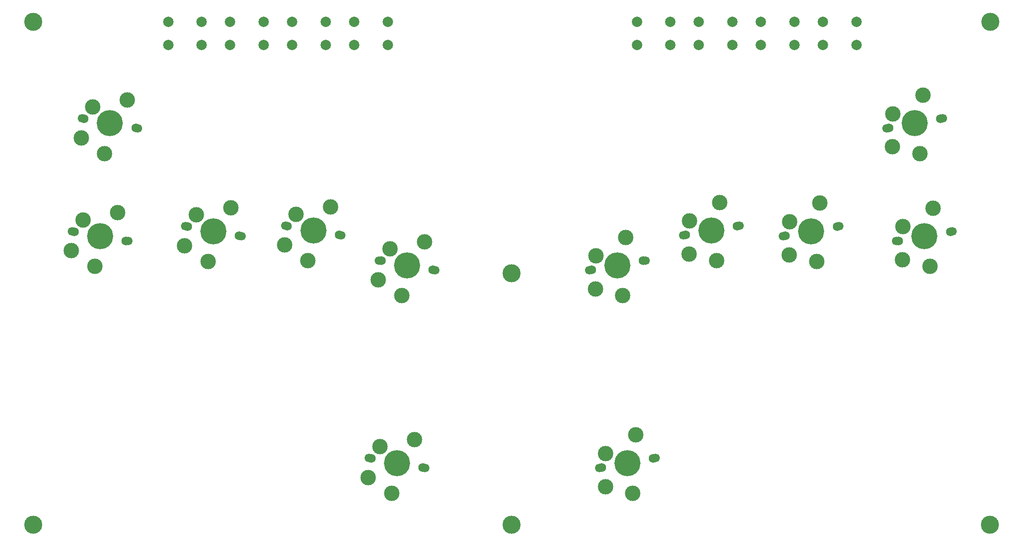
<source format=gts>
G04 #@! TF.GenerationSoftware,KiCad,Pcbnew,9.0.2-rc1*
G04 #@! TF.CreationDate,2025-07-21T22:58:39+09:00*
G04 #@! TF.ProjectId,MAXCON-zero,4d415843-4f4e-42d7-9a65-726f2e6b6963,rev?*
G04 #@! TF.SameCoordinates,Original*
G04 #@! TF.FileFunction,Soldermask,Top*
G04 #@! TF.FilePolarity,Negative*
%FSLAX46Y46*%
G04 Gerber Fmt 4.6, Leading zero omitted, Abs format (unit mm)*
G04 Created by KiCad (PCBNEW 9.0.2-rc1) date 2025-07-21 22:58:39*
%MOMM*%
%LPD*%
G01*
G04 APERTURE LIST*
%ADD10C,1.700000*%
%ADD11C,1.750000*%
%ADD12C,3.000000*%
%ADD13C,5.060000*%
%ADD14C,2.000000*%
%ADD15C,3.500000*%
G04 APERTURE END LIST*
D10*
G04 #@! TO.C,GP15*
X51077946Y-58034935D03*
D11*
X51491566Y-58107867D03*
D12*
X50919170Y-61814788D03*
X53183338Y-55826989D03*
D13*
X56494389Y-58990000D03*
D12*
X55461182Y-64849606D03*
X59877933Y-54428243D03*
D11*
X61497212Y-59872133D03*
D10*
X61910832Y-59945065D03*
G04 #@! TD*
D14*
G04 #@! TO.C,GP27*
X86270086Y-43792822D03*
X79770086Y-43792822D03*
X86270086Y-39292822D03*
X79770086Y-39292822D03*
G04 #@! TD*
D15*
G04 #@! TO.C,H2*
X226999529Y-39340997D03*
G04 #@! TD*
G04 #@! TO.C,H4*
X134298529Y-88115997D03*
G04 #@! TD*
D14*
G04 #@! TO.C,GP29*
X110270086Y-43792822D03*
X103770086Y-43792822D03*
X110270086Y-39292822D03*
X103770086Y-39292822D03*
G04 #@! TD*
D10*
G04 #@! TO.C,GP7*
X167509057Y-80743062D03*
D11*
X167922677Y-80670130D03*
D12*
X168652642Y-84349267D03*
X168732316Y-77948185D03*
D13*
X172925500Y-79787997D03*
D12*
X173958707Y-85647603D03*
X174544779Y-74344107D03*
D11*
X177928323Y-78905864D03*
D10*
X178341943Y-78832932D03*
G04 #@! TD*
D15*
G04 #@! TO.C,H3*
X41673529Y-136890997D03*
G04 #@! TD*
D14*
G04 #@! TO.C,GP1*
X177022681Y-43792822D03*
X170522681Y-43792822D03*
X177022681Y-39292822D03*
X170522681Y-39292822D03*
G04 #@! TD*
D10*
G04 #@! TO.C,GP13*
X71082468Y-78971761D03*
D11*
X71496088Y-79044693D03*
D12*
X70923692Y-82751614D03*
X73187860Y-76763815D03*
D13*
X76498911Y-79926826D03*
D12*
X75465704Y-85786432D03*
X79882455Y-75365069D03*
D11*
X81501734Y-80808959D03*
D10*
X81915354Y-80881891D03*
G04 #@! TD*
G04 #@! TO.C,GP9*
X151282086Y-125846062D03*
D11*
X151695706Y-125773130D03*
D12*
X152425671Y-129452267D03*
X152505345Y-123051185D03*
D13*
X156698529Y-124890997D03*
D12*
X157731736Y-130750603D03*
X158317808Y-119447107D03*
D11*
X161701352Y-124008864D03*
D10*
X162114972Y-123935932D03*
G04 #@! TD*
D15*
G04 #@! TO.C,H4*
X226923529Y-136890997D03*
G04 #@! TD*
G04 #@! TO.C,H4*
X134298529Y-136890997D03*
G04 #@! TD*
D14*
G04 #@! TO.C,GP2*
X189022681Y-43792822D03*
X182522681Y-43792822D03*
X189022681Y-39292822D03*
X182522681Y-39292822D03*
G04 #@! TD*
D10*
G04 #@! TO.C,GP10*
X106677794Y-123935932D03*
D11*
X107091414Y-124008864D03*
D12*
X106519018Y-127715785D03*
X108783186Y-121727986D03*
D13*
X112094237Y-124890997D03*
D12*
X111061030Y-130750603D03*
X115477781Y-120329240D03*
D11*
X117097060Y-125773130D03*
D10*
X117510680Y-125846062D03*
G04 #@! TD*
G04 #@! TO.C,GP5*
X208810074Y-81850541D03*
D11*
X209223694Y-81777609D03*
D12*
X209953659Y-85456746D03*
X210033333Y-79055664D03*
D13*
X214226517Y-80895476D03*
D12*
X215259724Y-86755082D03*
X215845796Y-75451586D03*
D11*
X219229340Y-80013343D03*
D10*
X219642960Y-79940411D03*
G04 #@! TD*
G04 #@! TO.C,GP8*
X149356238Y-87497887D03*
D11*
X149769858Y-87424955D03*
D12*
X150499823Y-91104092D03*
X150579497Y-84703010D03*
D13*
X154772681Y-86542822D03*
D12*
X155805888Y-92402428D03*
X156391960Y-81098932D03*
D11*
X159775504Y-85660689D03*
D10*
X160189124Y-85587757D03*
G04 #@! TD*
D14*
G04 #@! TO.C,GP3*
X201045530Y-43792822D03*
X194545530Y-43792822D03*
X201045530Y-39292821D03*
X194545529Y-39292822D03*
G04 #@! TD*
D10*
G04 #@! TO.C,GP12*
X90450824Y-78832932D03*
D11*
X90864444Y-78905864D03*
D12*
X90292048Y-82612785D03*
X92556216Y-76624986D03*
D13*
X95867267Y-79787997D03*
D12*
X94834060Y-85647603D03*
X99250811Y-75226240D03*
D11*
X100870090Y-80670130D03*
D10*
X101283710Y-80743062D03*
G04 #@! TD*
G04 #@! TO.C,GP14*
X49149807Y-79940411D03*
D11*
X49563427Y-80013343D03*
D12*
X48991031Y-83720264D03*
X51255199Y-77732465D03*
D13*
X54566250Y-80895476D03*
D12*
X53533043Y-86755082D03*
X57949794Y-76333719D03*
D11*
X59569073Y-81777609D03*
D10*
X59982693Y-81850541D03*
G04 #@! TD*
G04 #@! TO.C,GP11*
X108603643Y-85587757D03*
D11*
X109017263Y-85660689D03*
D12*
X108444867Y-89367610D03*
X110709035Y-83379811D03*
D13*
X114020086Y-86542822D03*
D12*
X112986879Y-92402428D03*
X117403630Y-81981065D03*
D11*
X119022909Y-87424955D03*
D10*
X119436529Y-87497887D03*
G04 #@! TD*
D14*
G04 #@! TO.C,GP0*
X165022681Y-43792822D03*
X158522681Y-43792822D03*
X165022681Y-39292822D03*
X158522681Y-39292822D03*
G04 #@! TD*
G04 #@! TO.C,GP28*
X98270086Y-43792822D03*
X91770086Y-43792822D03*
X98270086Y-39292822D03*
X91770086Y-39292822D03*
G04 #@! TD*
D10*
G04 #@! TO.C,GP4*
X206881935Y-59945065D03*
D11*
X207295555Y-59872133D03*
D12*
X208025520Y-63551270D03*
X208105194Y-57150188D03*
D13*
X212298378Y-58990000D03*
D12*
X213331585Y-64849606D03*
X213917657Y-53546110D03*
D11*
X217301201Y-58107867D03*
D10*
X217714821Y-58034935D03*
G04 #@! TD*
G04 #@! TO.C,GP6*
X186877413Y-80881891D03*
D11*
X187291033Y-80808959D03*
D12*
X188020998Y-84488096D03*
X188100672Y-78087014D03*
D13*
X192293856Y-79926826D03*
D12*
X193327063Y-85786432D03*
X193913135Y-74482936D03*
D11*
X197296679Y-79044693D03*
D10*
X197710299Y-78971761D03*
G04 #@! TD*
D15*
G04 #@! TO.C,H1*
X41673529Y-39340997D03*
G04 #@! TD*
D14*
G04 #@! TO.C,GP26*
X74270086Y-43792822D03*
X67770086Y-43792822D03*
X74270086Y-39292821D03*
X67770085Y-39292822D03*
G04 #@! TD*
M02*

</source>
